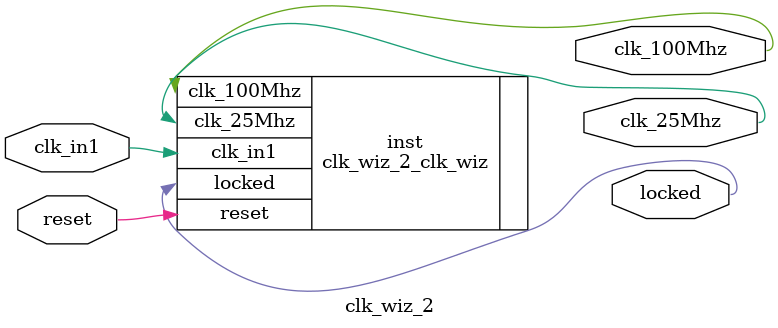
<source format=v>


`timescale 1ps/1ps

(* CORE_GENERATION_INFO = "clk_wiz_2,clk_wiz_v6_0_6_0_0,{component_name=clk_wiz_2,use_phase_alignment=true,use_min_o_jitter=false,use_max_i_jitter=false,use_dyn_phase_shift=false,use_inclk_switchover=false,use_dyn_reconfig=false,enable_axi=0,feedback_source=FDBK_AUTO,PRIMITIVE=MMCM,num_out_clk=2,clkin1_period=10.000,clkin2_period=10.000,use_power_down=false,use_reset=true,use_locked=true,use_inclk_stopped=false,feedback_type=SINGLE,CLOCK_MGR_TYPE=NA,manual_override=false}" *)

module clk_wiz_2 
 (
  // Clock out ports
  output        clk_100Mhz,
  output        clk_25Mhz,
  // Status and control signals
  input         reset,
  output        locked,
 // Clock in ports
  input         clk_in1
 );

  clk_wiz_2_clk_wiz inst
  (
  // Clock out ports  
  .clk_100Mhz(clk_100Mhz),
  .clk_25Mhz(clk_25Mhz),
  // Status and control signals               
  .reset(reset), 
  .locked(locked),
 // Clock in ports
  .clk_in1(clk_in1)
  );

endmodule

</source>
